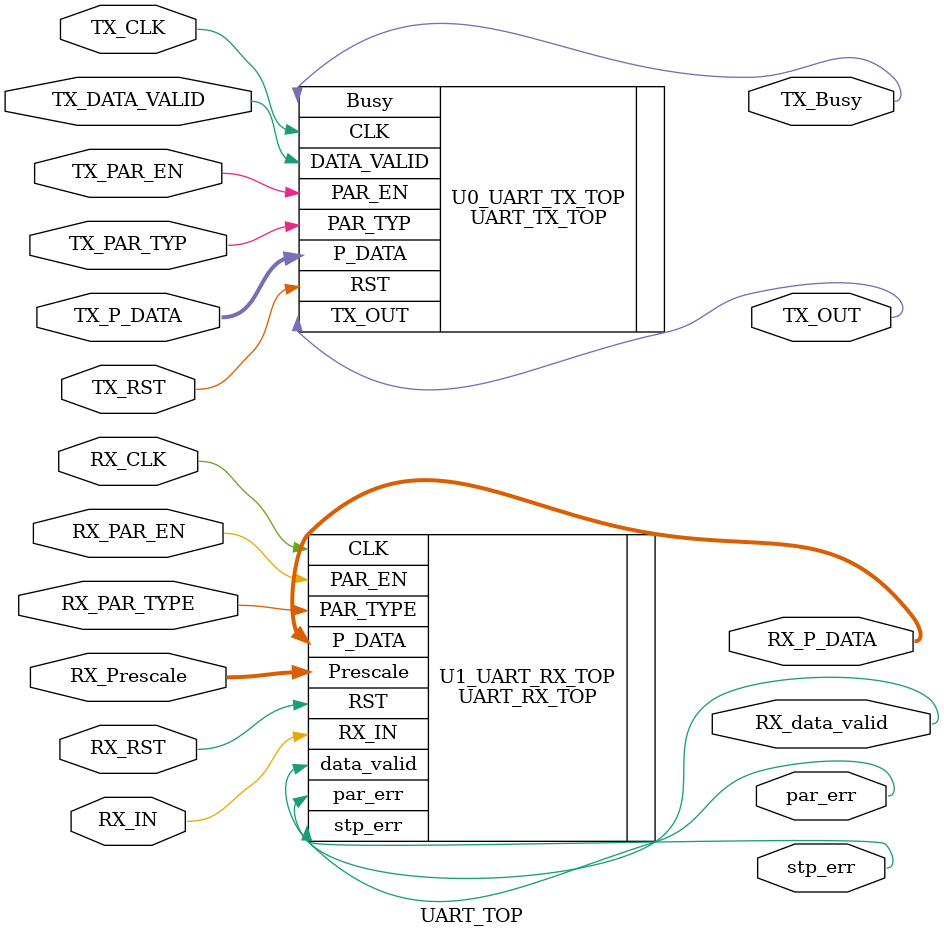
<source format=v>
module UART_TOP #(parameter DATA_WIDTH = 8)(
  input wire [DATA_WIDTH - 1 : 0] TX_P_DATA,
  input wire       				  TX_DATA_VALID ,  
  input wire       				  TX_PAR_EN ,
  input wire       				  TX_PAR_TYP ,
  input wire       				  TX_CLK ,
  input wire       				  TX_RST ,
  output wire      				  TX_OUT ,
  output wire      				  TX_Busy ,

  input wire         RX_IN ,       /* Serial Data IN */
  input wire [5 : 0] RX_Prescale ,    /* Oversampling Prescale */
  input wire         RX_PAR_EN ,      /* Parity_Enable         */
  input wire         RX_PAR_TYPE ,    /* Parity Type           */
  input wire         RX_CLK ,         /* UART RX Clock Signal */
  input wire         RX_RST ,         /* Synchronized reset signal */
  output wire [7 :0] RX_P_DATA  ,     /* Frame Data Byte */
  output wire        RX_data_valid  ,  /* Data Byte Valid signal */
  output wire 		 par_err ,		/* Frame parity error */
  output wire 		 stp_err 		/* Frame stop error */
);


UART_TX_TOP #(.data_width(DATA_WIDTH)) U0_UART_TX_TOP (
.P_DATA(TX_P_DATA),
.DATA_VALID(TX_DATA_VALID),
.PAR_EN(TX_PAR_EN),
.PAR_TYP(TX_PAR_TYP),
.CLK(TX_CLK),
.RST(TX_RST),
.TX_OUT(TX_OUT),
.Busy(TX_Busy)
);

UART_RX_TOP U1_UART_RX_TOP (
.RX_IN(RX_IN),
.Prescale(RX_Prescale),
.PAR_EN(RX_PAR_EN),
.PAR_TYPE(RX_PAR_TYPE),
.CLK(RX_CLK),
.RST(RX_RST),
.P_DATA(RX_P_DATA),
.data_valid(RX_data_valid),
.par_err(par_err),
.stp_err(stp_err)
);

endmodule 

</source>
